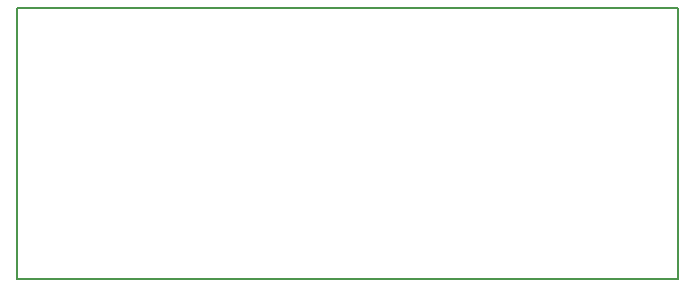
<source format=gm1>
G04 #@! TF.GenerationSoftware,KiCad,Pcbnew,8.0.0-rc1*
G04 #@! TF.CreationDate,2025-04-08T13:29:49+03:00*
G04 #@! TF.ProjectId,ST_Board_V1.0,53545f42-6f61-4726-945f-56312e302e6b,rev?*
G04 #@! TF.SameCoordinates,Original*
G04 #@! TF.FileFunction,Profile,NP*
%FSLAX46Y46*%
G04 Gerber Fmt 4.6, Leading zero omitted, Abs format (unit mm)*
G04 Created by KiCad (PCBNEW 8.0.0-rc1) date 2025-04-08 13:29:49*
%MOMM*%
%LPD*%
G01*
G04 APERTURE LIST*
G04 #@! TA.AperFunction,Profile*
%ADD10C,0.150000*%
G04 #@! TD*
G04 APERTURE END LIST*
D10*
X120000000Y-102140000D02*
X120000000Y-79140000D01*
X175960000Y-79140000D02*
X175960000Y-102140000D01*
X175960000Y-102140000D02*
X120000000Y-102140000D01*
X120000000Y-79140000D02*
X175960000Y-79140000D01*
M02*

</source>
